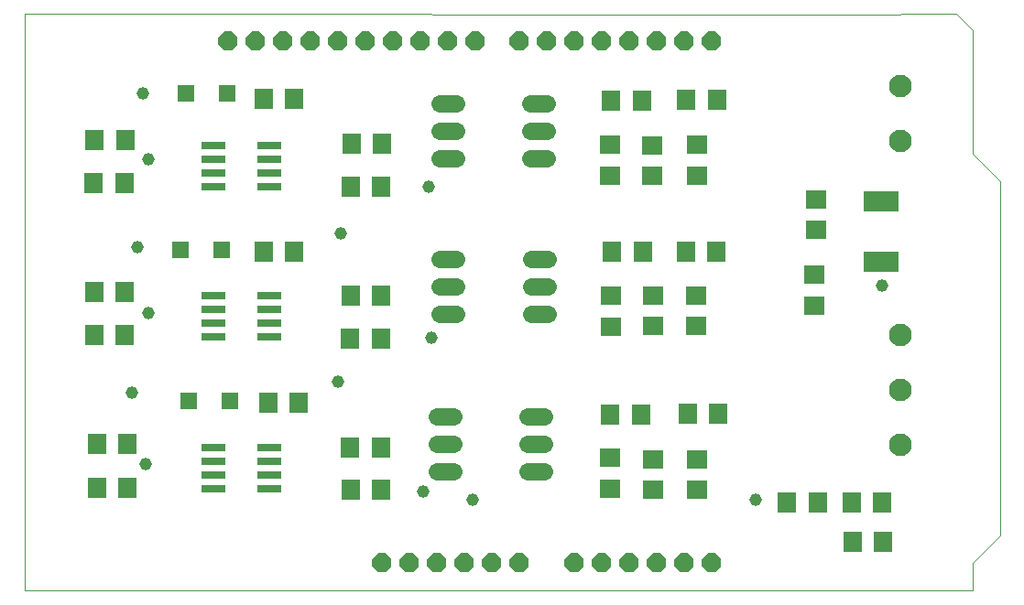
<source format=gts>
G75*
%MOIN*%
%OFA0B0*%
%FSLAX24Y24*%
%IPPOS*%
%LPD*%
%AMOC8*
5,1,8,0,0,1.08239X$1,22.5*
%
%ADD10C,0.0000*%
%ADD11C,0.0640*%
%ADD12R,0.0750X0.0670*%
%ADD13R,0.0749X0.0670*%
%ADD14R,0.0906X0.0276*%
%ADD15R,0.0670X0.0750*%
%ADD16R,0.0670X0.0749*%
%ADD17R,0.0591X0.0591*%
%ADD18C,0.0827*%
%ADD19R,0.1300X0.0749*%
%ADD20OC8,0.0700*%
%ADD21C,0.0453*%
D10*
X000500Y000500D02*
X000500Y021500D01*
X030392Y021470D01*
X034400Y021500D01*
X035000Y020900D01*
X035000Y016400D01*
X036000Y015400D01*
X036000Y002500D01*
X035000Y001500D01*
X035000Y000500D01*
X000500Y000500D01*
D11*
X015511Y004854D02*
X016111Y004854D01*
X016111Y005854D02*
X015511Y005854D01*
X015511Y006854D02*
X016111Y006854D01*
X018810Y006854D02*
X019410Y006854D01*
X019410Y005854D02*
X018810Y005854D01*
X018810Y004854D02*
X019410Y004854D01*
X019530Y010575D02*
X018930Y010575D01*
X018930Y011575D02*
X019530Y011575D01*
X019530Y012575D02*
X018930Y012575D01*
X016211Y012579D02*
X015611Y012579D01*
X015611Y011579D02*
X016211Y011579D01*
X016211Y010579D02*
X015611Y010579D01*
X015603Y016236D02*
X016203Y016236D01*
X016203Y017236D02*
X015603Y017236D01*
X015603Y018236D02*
X016203Y018236D01*
X018902Y018228D02*
X019502Y018228D01*
X019502Y017228D02*
X018902Y017228D01*
X018902Y016228D02*
X019502Y016228D01*
D12*
X021799Y016725D03*
X021799Y015606D03*
X024969Y015621D03*
X024969Y016741D03*
X029248Y011993D03*
X029248Y010873D03*
X024949Y011253D03*
X024949Y010133D03*
X021839Y010109D03*
X021839Y011229D03*
X021799Y005339D03*
X021799Y004220D03*
X024988Y004165D03*
X024988Y005284D03*
D13*
X023390Y005287D03*
X023390Y004185D03*
X023390Y010138D03*
X023390Y011240D03*
X029307Y013630D03*
X029307Y014732D03*
X023350Y015618D03*
X023350Y016720D03*
D14*
X009425Y016719D03*
X009425Y016219D03*
X009425Y015719D03*
X009425Y015219D03*
X007378Y015219D03*
X007378Y015719D03*
X007378Y016219D03*
X007378Y016719D03*
X007370Y011250D03*
X007370Y010750D03*
X007370Y010250D03*
X007370Y009750D03*
X009417Y009750D03*
X009417Y010250D03*
X009417Y010750D03*
X009417Y011250D03*
X009421Y005711D03*
X009421Y005211D03*
X009421Y004711D03*
X009421Y004211D03*
X007374Y004211D03*
X007374Y004711D03*
X007374Y005211D03*
X007374Y005711D03*
D15*
X004252Y005832D03*
X003132Y005832D03*
X003140Y004257D03*
X004260Y004257D03*
X012373Y004189D03*
X013493Y004189D03*
X013477Y005724D03*
X012357Y005724D03*
X012350Y009661D03*
X013469Y009661D03*
X013493Y011236D03*
X012373Y011236D03*
X012373Y015193D03*
X013493Y015193D03*
X013517Y016768D03*
X012397Y016768D03*
X004168Y016906D03*
X003049Y016906D03*
X003017Y015331D03*
X004137Y015331D03*
X004153Y011374D03*
X003033Y011374D03*
X003041Y009799D03*
X004160Y009799D03*
X021822Y006913D03*
X022942Y006913D03*
X024633Y006925D03*
X025753Y006925D03*
X028246Y003710D03*
X029366Y003710D03*
X030605Y003710D03*
X031724Y003710D03*
X025694Y012831D03*
X024574Y012831D03*
X023005Y012858D03*
X021885Y012858D03*
X021861Y018350D03*
X022981Y018350D03*
X024594Y018382D03*
X025713Y018382D03*
D16*
X010319Y018394D03*
X009217Y018394D03*
X009220Y012839D03*
X010323Y012839D03*
X010479Y007327D03*
X009376Y007327D03*
X030650Y002285D03*
X031753Y002285D03*
D17*
X007986Y007406D03*
X006490Y007406D03*
X006183Y012900D03*
X007680Y012900D03*
X007867Y018600D03*
X006371Y018600D03*
D18*
X032364Y018890D03*
X032364Y016890D03*
X032364Y009823D03*
X032364Y007823D03*
X032364Y005823D03*
D19*
X031681Y012484D03*
X031681Y014689D03*
D20*
X025500Y020500D03*
X024500Y020500D03*
X023500Y020500D03*
X022500Y020500D03*
X021500Y020500D03*
X020500Y020500D03*
X019500Y020500D03*
X018500Y020500D03*
X016900Y020500D03*
X015900Y020500D03*
X014900Y020500D03*
X013900Y020500D03*
X012900Y020500D03*
X011900Y020500D03*
X010900Y020500D03*
X009900Y020500D03*
X008900Y020500D03*
X007900Y020500D03*
X013500Y001500D03*
X014500Y001500D03*
X015500Y001500D03*
X016500Y001500D03*
X017500Y001500D03*
X018500Y001500D03*
X020500Y001500D03*
X021500Y001500D03*
X022500Y001500D03*
X023500Y001500D03*
X024500Y001500D03*
X025500Y001500D03*
D21*
X027100Y003800D03*
X016800Y003800D03*
X015000Y004100D03*
X011900Y008100D03*
X015300Y009700D03*
X012000Y013500D03*
X015200Y015200D03*
X005000Y016200D03*
X004800Y018600D03*
X004600Y013000D03*
X005000Y010600D03*
X004400Y007700D03*
X004900Y005100D03*
X031700Y011600D03*
M02*

</source>
